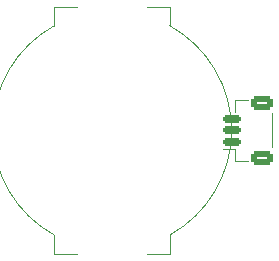
<source format=gbr>
%TF.GenerationSoftware,KiCad,Pcbnew,9.0.0*%
%TF.CreationDate,2025-05-02T12:59:00-05:00*%
%TF.ProjectId,ioWatch,696f5761-7463-4682-9e6b-696361645f70,rev?*%
%TF.SameCoordinates,Original*%
%TF.FileFunction,Legend,Bot*%
%TF.FilePolarity,Positive*%
%FSLAX46Y46*%
G04 Gerber Fmt 4.6, Leading zero omitted, Abs format (unit mm)*
G04 Created by KiCad (PCBNEW 9.0.0) date 2025-05-02 12:59:00*
%MOMM*%
%LPD*%
G01*
G04 APERTURE LIST*
G04 Aperture macros list*
%AMRoundRect*
0 Rectangle with rounded corners*
0 $1 Rounding radius*
0 $2 $3 $4 $5 $6 $7 $8 $9 X,Y pos of 4 corners*
0 Add a 4 corners polygon primitive as box body*
4,1,4,$2,$3,$4,$5,$6,$7,$8,$9,$2,$3,0*
0 Add four circle primitives for the rounded corners*
1,1,$1+$1,$2,$3*
1,1,$1+$1,$4,$5*
1,1,$1+$1,$6,$7*
1,1,$1+$1,$8,$9*
0 Add four rect primitives between the rounded corners*
20,1,$1+$1,$2,$3,$4,$5,0*
20,1,$1+$1,$4,$5,$6,$7,0*
20,1,$1+$1,$6,$7,$8,$9,0*
20,1,$1+$1,$8,$9,$2,$3,0*%
G04 Aperture macros list end*
%ADD10C,0.120000*%
%ADD11R,4.000000X1.895000*%
%ADD12C,5.000000*%
%ADD13RoundRect,0.150000X0.625000X-0.150000X0.625000X0.150000X-0.625000X0.150000X-0.625000X-0.150000X0*%
%ADD14RoundRect,0.250000X0.650000X-0.350000X0.650000X0.350000X-0.650000X0.350000X-0.650000X-0.350000X0*%
G04 APERTURE END LIST*
D10*
%TO.C,BT1*%
X95115000Y-89530000D02*
X95115000Y-91137090D01*
X95115000Y-110470000D02*
X95114998Y-108862910D01*
X97000000Y-89530000D02*
X95115000Y-89530000D01*
X97000000Y-110470000D02*
X95115000Y-110470000D01*
X103000000Y-89530000D02*
X104885000Y-89530000D01*
X103000000Y-110470000D02*
X104885000Y-110470000D01*
X104885000Y-89530000D02*
X104885002Y-91137090D01*
X104885000Y-110470000D02*
X104885000Y-108862910D01*
X95114998Y-108862910D02*
G75*
G02*
X95115000Y-91137091I4885003J8862909D01*
G01*
X104885002Y-91137090D02*
G75*
G02*
X104881168Y-108865020I-4885000J-8862909D01*
G01*
%TO.C,J1*%
X110390000Y-97390000D02*
X110390000Y-98440000D01*
X110390000Y-101560000D02*
X109400000Y-101560000D01*
X110390000Y-102610000D02*
X110390000Y-101560000D01*
X111540000Y-97390000D02*
X110390000Y-97390000D01*
X111540000Y-102610000D02*
X110390000Y-102610000D01*
X113510000Y-101440000D02*
X113510000Y-98560000D01*
%TD*%
%LPC*%
D11*
%TO.C,BT1*%
X100000000Y-88447500D03*
X100000000Y-111552500D03*
D12*
X100000000Y-100000000D03*
%TD*%
D13*
%TO.C,J1*%
X110175000Y-101000000D03*
X110175000Y-100000000D03*
X110175000Y-99000000D03*
D14*
X112700000Y-102300000D03*
X112700000Y-97700000D03*
%TD*%
%LPD*%
M02*

</source>
